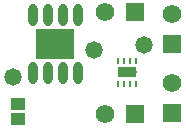
<source format=gts>
G04*
G04 #@! TF.GenerationSoftware,Altium Limited,Altium Designer,22.5.1 (42)*
G04*
G04 Layer_Color=8388736*
%FSLAX25Y25*%
%MOIN*%
G70*
G04*
G04 #@! TF.SameCoordinates,1AC7F1D8-2E53-444E-B665-E992B51DBB98*
G04*
G04*
G04 #@! TF.FilePolarity,Negative*
G04*
G01*
G75*
G04:AMPARAMS|DCode=13|XSize=19.68mil|YSize=9.84mil|CornerRadius=1.97mil|HoleSize=0mil|Usage=FLASHONLY|Rotation=90.000|XOffset=0mil|YOffset=0mil|HoleType=Round|Shape=RoundedRectangle|*
%AMROUNDEDRECTD13*
21,1,0.01968,0.00591,0,0,90.0*
21,1,0.01575,0.00984,0,0,90.0*
1,1,0.00394,0.00295,0.00787*
1,1,0.00394,0.00295,-0.00787*
1,1,0.00394,-0.00295,-0.00787*
1,1,0.00394,-0.00295,0.00787*
%
%ADD13ROUNDEDRECTD13*%
G04:AMPARAMS|DCode=17|XSize=35.43mil|YSize=62.99mil|CornerRadius=1.95mil|HoleSize=0mil|Usage=FLASHONLY|Rotation=90.000|XOffset=0mil|YOffset=0mil|HoleType=Round|Shape=RoundedRectangle|*
%AMROUNDEDRECTD17*
21,1,0.03543,0.05909,0,0,90.0*
21,1,0.03154,0.06299,0,0,90.0*
1,1,0.00390,0.02955,0.01577*
1,1,0.00390,0.02955,-0.01577*
1,1,0.00390,-0.02955,-0.01577*
1,1,0.00390,-0.02955,0.01577*
%
%ADD17ROUNDEDRECTD17*%
%ADD18R,0.04540X0.03950*%
%ADD19R,0.13005X0.10288*%
%ADD20O,0.03162X0.07493*%
%ADD21C,0.06181*%
%ADD22R,0.06181X0.06181*%
%ADD23R,0.06181X0.06181*%
%ADD24C,0.01968*%
%ADD25C,0.05800*%
%ADD26C,0.02769*%
D13*
X375047Y305240D02*
D03*
X377016D02*
D03*
X378984D02*
D03*
X380953D02*
D03*
Y297760D02*
D03*
X378984D02*
D03*
X377016D02*
D03*
X375047D02*
D03*
D17*
X378000Y301500D02*
D03*
D18*
X341500Y285941D02*
D03*
Y291059D02*
D03*
D19*
X354000Y311000D02*
D03*
D20*
X361500Y320646D02*
D03*
X356500D02*
D03*
X351500D02*
D03*
X346500D02*
D03*
X361500Y301354D02*
D03*
X356500D02*
D03*
X351500D02*
D03*
X346500D02*
D03*
D21*
X370500Y321500D02*
D03*
X393000Y321000D02*
D03*
X370500Y287500D02*
D03*
X393000Y298000D02*
D03*
D22*
X380500Y321500D02*
D03*
Y287500D02*
D03*
D23*
X393000Y311000D02*
D03*
Y288000D02*
D03*
D24*
X380165Y301500D02*
D03*
X375835D02*
D03*
D25*
X340000Y300000D02*
D03*
X367000Y309000D02*
D03*
X383500Y310500D02*
D03*
D26*
X358331Y313165D02*
D03*
Y308835D02*
D03*
X354000Y313165D02*
D03*
Y308835D02*
D03*
X349669Y313165D02*
D03*
Y308835D02*
D03*
M02*

</source>
